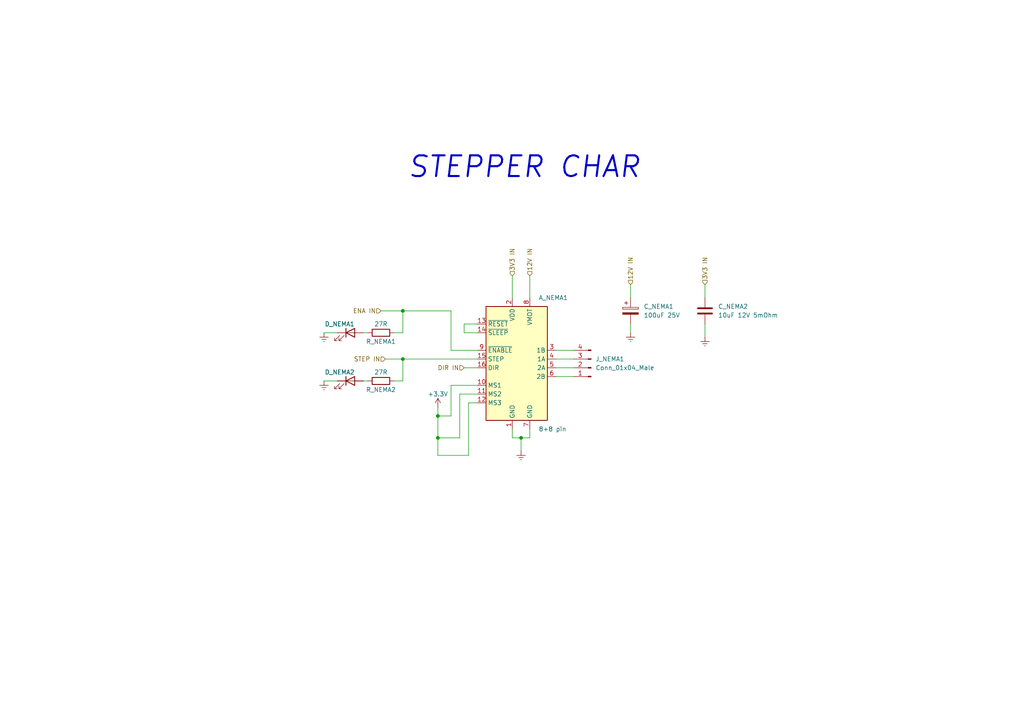
<source format=kicad_sch>
(kicad_sch (version 20211123) (generator eeschema)
  (paper "A4")
  (lib_symbols
    (symbol "Connector:Conn_01x04_Male" (pin_names (offset 1.016) hide)
      (property "Reference" "J" (at 0 5.08 0))
      (property "Value" "Conn_01x04_Male" (at 0 -7.62 0))
      (symbol "Conn_01x04_Male_1_1"
        (polyline (pts (xy 1.27 -5.08) (xy 0.8636 -5.08)) (stroke (width 0.1524)))
        (polyline (pts (xy 1.27 -2.54) (xy 0.8636 -2.54)) (stroke (width 0.1524)))
        (polyline (pts (xy 1.27 0) (xy 0.8636 0)) (stroke (width 0.1524)))
        (polyline (pts (xy 1.27 2.54) (xy 0.8636 2.54)) (stroke (width 0.1524)))
        (rectangle (start 0.8636 -4.953) (end 0 -5.207) (stroke (width 0.1524)) (fill (type outline)))
        (rectangle (start 0.8636 -2.413) (end 0 -2.667) (stroke (width 0.1524)) (fill (type outline)))
        (rectangle (start 0.8636 0.127) (end 0 -0.127) (stroke (width 0.1524)) (fill (type outline)))
        (rectangle (start 0.8636 2.667) (end 0 2.413) (stroke (width 0.1524)) (fill (type outline)))
        (pin passive line (at 5.08 2.54 180) (length 3.81) (name "Pin_1") (number "1"))
        (pin passive line (at 5.08 0 180) (length 3.81) (name "Pin_2") (number "2"))
        (pin passive line (at 5.08 -2.54 180) (length 3.81) (name "Pin_3") (number "3"))
        (pin passive line (at 5.08 -5.08 180) (length 3.81) (name "Pin_4") (number "4"))
      )
    )
    (symbol "Device:C" (pin_numbers hide) (pin_names (offset 0.254))
      (property "Reference" "C" (at 0.635 2.54 0))
      (property "Value" "C" (at 0.635 -2.54 0))
      (symbol "C_0_1"
        (polyline (pts (xy -2.032 -0.762) (xy 2.032 -0.762)) (stroke (width 0.508)))
        (polyline (pts (xy -2.032 0.762) (xy 2.032 0.762)) (stroke (width 0.508)))
      )
      (symbol "C_1_1"
        (pin passive line (at 0 3.81 270) (length 2.794) (name "~") (number "1"))
        (pin passive line (at 0 -3.81 90) (length 2.794) (name "~") (number "2"))
      )
    )
    (symbol "Device:C_Polarized" (pin_numbers hide) (pin_names (offset 0.254))
      (property "Reference" "C" (at 0.635 2.54 0))
      (property "Value" "C_Polarized" (at 0.635 -2.54 0))
      (symbol "C_Polarized_0_1"
        (rectangle (start -2.286 0.508) (end 2.286 1.016))
        (polyline (pts (xy -1.778 2.286) (xy -0.762 2.286)))
        (polyline (pts (xy -1.27 2.794) (xy -1.27 1.778)))
        (rectangle (start 2.286 -0.508) (end -2.286 -1.016) (fill (type outline)))
      )
      (symbol "C_Polarized_1_1"
        (pin passive line (at 0 3.81 270) (length 2.794) (name "~") (number "1"))
        (pin passive line (at 0 -3.81 90) (length 2.794) (name "~") (number "2"))
      )
    )
    (symbol "Device:LED" (pin_numbers hide) (pin_names (offset 1.016) hide)
      (property "Reference" "D" (at 0 2.54 0))
      (property "Value" "LED" (at 0 -2.54 0))
      (symbol "LED_0_1"
        (polyline (pts (xy -1.27 -1.27) (xy -1.27 1.27)) (stroke (width 0.254)))
        (polyline (pts (xy -1.27 0) (xy 1.27 0)))
        (polyline (pts (xy 1.27 -1.27) (xy 1.27 1.27) (xy -1.27 0) (xy 1.27 -1.27)) (stroke (width 0.254)))
        (polyline (pts (xy -3.048 -0.762) (xy -4.572 -2.286) (xy -3.81 -2.286) (xy -4.572 -2.286) (xy -4.572 -1.524)))
        (polyline (pts (xy -1.778 -0.762) (xy -3.302 -2.286) (xy -2.54 -2.286) (xy -3.302 -2.286) (xy -3.302 -1.524)))
      )
      (symbol "LED_1_1"
        (pin passive line (at -3.81 0 0) (length 2.54) (name "K") (number "1"))
        (pin passive line (at 3.81 0 180) (length 2.54) (name "A") (number "2"))
      )
    )
    (symbol "Device:R" (pin_numbers hide) (pin_names (offset 0))
      (property "Reference" "R" (at 2.032 0 90))
      (property "Value" "R" (at 0 0 90))
      (symbol "R_0_1"
        (rectangle (start -1.016 -2.54) (end 1.016 2.54) (stroke (width 0.254)))
      )
      (symbol "R_1_1"
        (pin passive line (at 0 3.81 270) (length 1.27) (name "~") (number "1"))
        (pin passive line (at 0 -3.81 90) (length 1.27) (name "~") (number "2"))
      )
    )
    (symbol "Driver_Motor:Pololu_Breakout_A4988"
      (property "Reference" "A" (at -2.54 19.05 0))
      (property "Value" "Pololu_Breakout_A4988" (at -2.54 16.51 0))
      (symbol "Pololu_Breakout_A4988_0_1"
        (rectangle (start 10.16 -17.78) (end -7.62 15.24) (stroke (width 0.254)) (fill (type background)))
      )
      (symbol "Pololu_Breakout_A4988_1_1"
        (pin power_in line (at 0 -20.32 90) (length 2.54) (name "GND") (number "1"))
        (pin input line (at -10.16 -7.62 0) (length 2.54) (name "MS1") (number "10"))
        (pin input line (at -10.16 -10.16 0) (length 2.54) (name "MS2") (number "11"))
        (pin input line (at -10.16 -12.7 0) (length 2.54) (name "MS3") (number "12"))
        (pin input line (at -10.16 10.16 0) (length 2.54) (name "~{RESET}") (number "13"))
        (pin input line (at -10.16 7.62 0) (length 2.54) (name "~{SLEEP}") (number "14"))
        (pin input line (at -10.16 0 0) (length 2.54) (name "STEP") (number "15"))
        (pin input line (at -10.16 -2.54 0) (length 2.54) (name "DIR") (number "16"))
        (pin power_in line (at 0 17.78 270) (length 2.54) (name "VDD") (number "2"))
        (pin output line (at 12.7 2.54 180) (length 2.54) (name "1B") (number "3"))
        (pin output line (at 12.7 0 180) (length 2.54) (name "1A") (number "4"))
        (pin output line (at 12.7 -2.54 180) (length 2.54) (name "2A") (number "5"))
        (pin output line (at 12.7 -5.08 180) (length 2.54) (name "2B") (number "6"))
        (pin power_in line (at 5.08 -20.32 90) (length 2.54) (name "GND") (number "7"))
        (pin power_in line (at 5.08 17.78 270) (length 2.54) (name "VMOT") (number "8"))
        (pin input line (at -10.16 2.54 0) (length 2.54) (name "~{ENABLE}") (number "9"))
      )
    )
    (symbol "power:+3.3V" (power) (pin_names (offset 0))
      (property "Value" "+3.3V" (at 0 3.556 0))
      (symbol "+3.3V_0_1"
        (polyline (pts (xy -0.762 1.27) (xy 0 2.54)))
        (polyline (pts (xy 0 0) (xy 0 2.54)))
        (polyline (pts (xy 0 2.54) (xy 0.762 1.27)))
      )
      (symbol "+3.3V_1_1"
        (pin power_in line (at 0 0 90) (length 0) hide (name "+3.3V") (number "1"))
      )
    )
    (symbol "power:GNDREF" (power) (pin_names (offset 0))
      (property "Value" "GNDREF" (at 0 -3.81 0))
      (symbol "GNDREF_0_1"
        (polyline (pts (xy -0.635 -1.905) (xy 0.635 -1.905)))
        (polyline (pts (xy -0.127 -2.54) (xy 0.127 -2.54)))
        (polyline (pts (xy 0 -1.27) (xy 0 0)))
        (polyline (pts (xy 1.27 -1.27) (xy -1.27 -1.27)))
      )
      (symbol "GNDREF_1_1"
        (pin power_in line (at 0 0 270) (length 0) hide (name "GNDREF") (number "1"))
      )
    )
  )
  (junction (at 116.84 90.17))
  (junction (at 127 127))
  (junction (at 151.13 127))
  (junction (at 116.84 104.14))
  (junction (at 127 120.65))
  (wire (pts (xy 130.81 120.65) (xy 130.81 111.76)))
  (wire (pts (xy 153.67 80.01) (xy 153.67 86.36)))
  (wire (pts (xy 133.35 114.3) (xy 133.35 127)))
  (wire (pts (xy 138.43 114.3) (xy 133.35 114.3)))
  (wire (pts (xy 134.62 93.98) (xy 134.62 96.52)))
  (wire (pts (xy 114.3 96.52) (xy 116.84 96.52)))
  (wire (pts (xy 105.41 110.49) (xy 106.68 110.49)))
  (wire (pts (xy 204.47 82.55) (xy 204.47 86.36)))
  (wire (pts (xy 110.49 90.17) (xy 116.84 90.17)))
  (wire (pts (xy 116.84 90.17) (xy 116.84 96.52)))
  (wire (pts (xy 105.41 96.52) (xy 106.68 96.52)))
  (wire (pts (xy 127 127) (xy 133.35 127)))
  (wire (pts (xy 151.13 127) (xy 153.67 127)))
  (wire (pts (xy 166.37 101.6) (xy 161.29 101.6)))
  (wire (pts (xy 148.59 127) (xy 151.13 127)))
  (wire (pts (xy 134.62 106.68) (xy 138.43 106.68)))
  (wire (pts (xy 153.67 127) (xy 153.67 124.46)))
  (wire (pts (xy 138.43 116.84) (xy 135.89 116.84)))
  (wire (pts (xy 127 118.11) (xy 127 120.65)))
  (wire (pts (xy 166.37 104.14) (xy 161.29 104.14)))
  (wire (pts (xy 135.89 116.84) (xy 135.89 132.08)))
  (wire (pts (xy 97.79 110.49) (xy 93.98 110.49)))
  (wire (pts (xy 204.47 93.98) (xy 204.47 97.79)))
  (wire (pts (xy 111.76 104.14) (xy 116.84 104.14)))
  (wire (pts (xy 130.81 101.6) (xy 138.43 101.6)))
  (wire (pts (xy 166.37 106.68) (xy 161.29 106.68)))
  (wire (pts (xy 182.88 82.55) (xy 182.88 86.36)))
  (wire (pts (xy 116.84 104.14) (xy 138.43 104.14)))
  (wire (pts (xy 127 120.65) (xy 130.81 120.65)))
  (wire (pts (xy 130.81 111.76) (xy 138.43 111.76)))
  (wire (pts (xy 130.81 90.17) (xy 130.81 101.6)))
  (wire (pts (xy 138.43 93.98) (xy 134.62 93.98)))
  (wire (pts (xy 127 120.65) (xy 127 127)))
  (wire (pts (xy 116.84 110.49) (xy 116.84 104.14)))
  (wire (pts (xy 127 132.08) (xy 135.89 132.08)))
  (wire (pts (xy 148.59 127) (xy 148.59 124.46)))
  (wire (pts (xy 151.13 127) (xy 151.13 130.81)))
  (wire (pts (xy 166.37 109.22) (xy 161.29 109.22)))
  (wire (pts (xy 116.84 90.17) (xy 130.81 90.17)))
  (wire (pts (xy 134.62 96.52) (xy 138.43 96.52)))
  (wire (pts (xy 127 127) (xy 127 132.08)))
  (wire (pts (xy 182.88 96.52) (xy 182.88 93.98)))
  (wire (pts (xy 93.98 96.52) (xy 97.79 96.52)))
  (wire (pts (xy 114.3 110.49) (xy 116.84 110.49)))
  (wire (pts (xy 148.59 86.36) (xy 148.59 80.01)))
  (text "STEPPER CHAR" (at 118.11 52.07 0) (effects (font (size 6 6) (thickness 0.6) bold italic) (justify left bottom)))
  (hierarchical_label "12V IN" (shape input) (at 182.88 82.55 90))
  (hierarchical_label "12V IN" (shape input) (at 153.67 80.01 90))
  (hierarchical_label "STEP IN" (shape input) (at 111.76 104.14 180))
  (hierarchical_label "3V3 IN" (shape input) (at 204.47 82.55 90))
  (hierarchical_label "DIR IN" (shape input) (at 134.62 106.68 180))
  (hierarchical_label "3V3 IN" (shape input) (at 148.59 80.01 90))
  (hierarchical_label "ENA IN" (shape input) (at 110.49 90.17 180))
  (symbol (lib_id "Device:R") (at 110.49 110.49 90) (unit 1)
    (property "Reference" "R_NEMA2" (at 110.49 113.03 90))
    (property "Value" "27R" (at 110.49 107.95 90))
    (property "Footprint" "Resistor_SMD:R_0603_1608Metric_Pad0.98x0.95mm_HandSolder" (effects hide))
    (property "Datasheet" "https://br.mouser.com/datasheet/2/54/Bourns_CMP_Datasheet_05.28.20-1854233.pdf" (effects hide))
    (property "#" "CMP0603-FX-27R0ELF" (effects hide))
    (property "Description" "LED series resistor" (effects hide))
    (property "Group" "NEMA" (effects hide))
    (property "Obs" "wes" (effects hide))
    (property "Mouser" "OK" (effects hide))
  )
  (symbol (lib_id "Connector:Conn_01x04_Male") (at 171.45 106.68 180) (unit 1)
    (property "Reference" "J_NEMA1" (at 172.72 104.1399 0) (effects (justify right)))
    (property "Value" "Conn_01x04_Male" (at 172.72 106.6799 0) (effects (justify right)))
    (property "Footprint" "Connector_PinHeader_2.54mm:PinHeader_1x04_P2.54mm_Horizontal" (effects hide))
    (property "Datasheet" "https://br.mouser.com/datasheet/2/181/M20-975-1220539.pdf" (effects hide))
    (property "Group" "NEMA" (effects hide))
    (property "Description" "Header" (effects hide))
    (property "#" "M20-9750446" (effects hide))
    (property "Mouser" "OK" (effects hide))
  )
  (symbol (lib_id "Device:C") (at 204.47 90.17 180) (unit 1)
    (property "Reference" "C_NEMA2" (at 208.28 88.9 0) (effects (justify right)))
    (property "Value" "10uF 12V 5mOhm" (at 208.28 91.44 0) (effects (justify right)))
    (property "Footprint" "Capacitor_SMD:C_0603_1608Metric_Pad1.08x0.95mm_HandSolder" (effects hide))
    (property "Datasheet" "https://product.tdk.com/system/files/dam/doc/product/capacitor/ceramic/mlcc/catalog/mlcc_commercial_general_en.pdf?ref_disty=mouser" (effects hide))
    (property "#" "C1608X5R1E106M080AC" (effects hide))
    (property "Description" "Decouple" (effects hide))
    (property "Group" "NEMA" (effects hide))
    (property "Obs" "wes" (effects hide))
    (property "Mouser" "OK" (effects hide))
  )
  (symbol (lib_id "Device:C_Polarized") (at 182.88 90.17 0) (unit 1)
    (property "Reference" "C_NEMA1" (at 186.69 88.9 0) (effects (justify left)))
    (property "Value" "100uF 25V" (at 186.69 91.44 0) (effects (justify left)))
    (property "Footprint" "Capacitor_SMD:CP_Elec_6.3x5.9" (effects hide))
    (property "Datasheet" "https://br.mouser.com/datasheet/2/420/MVERA_e-2509142.pdf" (effects hide))
    (property "#" "EMVE250ADA101MF80G" (effects hide))
    (property "Description" "Decouple" (effects hide))
    (property "Group" "NEMA" (effects hide))
    (property "Mouser" "OK" (effects hide))
  )
  (symbol (lib_id "power:GNDREF") (at 182.88 96.52 0) (unit 1)
    (property "Reference" "#PWR0138" (effects hide))
    (property "Value" "GNDREF" (effects hide))
  )
  (symbol (lib_id "Device:LED") (at 101.6 110.49 0) (unit 1)
    (property "Reference" "D_NEMA2" (at 102.87 107.95 0) (effects (justify right)))
    (property "Value" "LED white" (effects hide))
    (property "Footprint" "LED_SMD:LED_0603_1608Metric_Pad1.05x0.95mm_HandSolder" (effects hide))
    (property "Datasheet" "https://br.mouser.com/datasheet/2/348/smld12-e-1874545.pdf" (effects hide))
    (property "#" "SMLD12WBN1W1" (effects hide))
    (property "Description" "Signal LED" (effects hide))
    (property "Group" "NEMA" (effects hide))
    (property "Mouser" "OK" (effects hide))
  )
  (symbol (lib_id "power:GNDREF") (at 204.47 97.79 0) (unit 1)
    (property "Reference" "#PWR0116" (effects hide))
    (property "Value" "GNDREF" (effects hide))
  )
  (symbol (lib_id "Device:R") (at 110.49 96.52 270) (unit 1)
    (property "Reference" "R_NEMA1" (at 110.49 99.06 90))
    (property "Value" "27R" (at 110.49 93.98 90))
    (property "Footprint" "Resistor_SMD:R_0603_1608Metric_Pad0.98x0.95mm_HandSolder" (effects hide))
    (property "Datasheet" "https://br.mouser.com/datasheet/2/54/Bourns_CMP_Datasheet_05.28.20-1854233.pdf" (effects hide))
    (property "#" "CMP0603-FX-27R0ELF" (effects hide))
    (property "Description" "LED series resistor" (effects hide))
    (property "Group" "NEMA" (effects hide))
    (property "Obs" "wes" (effects hide))
    (property "Mouser" "OK" (effects hide))
  )
  (symbol (lib_id "power:GNDREF") (at 151.13 130.81 0) (unit 1)
    (property "Reference" "#PWR0130" (effects hide))
    (property "Value" "GNDREF" (effects hide))
  )
  (symbol (lib_id "power:GNDREF") (at 93.98 110.49 0) (unit 1)
    (property "Reference" "#PWR0194" (effects hide))
    (property "Value" "GNDREF" (effects hide))
  )
  (symbol (lib_id "power:+3.3V") (at 127 118.11 0) (unit 1)
    (property "Reference" "#PWR0137" (effects hide))
    (property "Value" "+3.3V" (at 127 114.3 0))
  )
  (symbol (lib_id "power:GNDREF") (at 93.98 96.52 0) (unit 1)
    (property "Reference" "#PWR0193" (effects hide))
    (property "Value" "GNDREF" (effects hide))
  )
  (symbol (lib_id "Driver_Motor:Pololu_Breakout_A4988") (at 148.59 104.14 0) (unit 1)
    (property "Reference" "A_NEMA1" (at 156.21 86.36 0) (effects (justify left)))
    (property "Value" "8+8 pin" (at 156.21 124.46 0) (effects (justify left)))
    (property "Footprint" "SnapEDA Library:Pololu_Breakout-16_15.2x20.3mm" (effects hide))
    (property "Datasheet" "https://br.mouser.com/datasheet/2/181/M20-782-1220556.pdf" (effects hide))
    (property "#" "M20-7820842 (2 units)" (effects hide))
    (property "Description" "Driver breakout" (effects hide))
    (property "Group" "NEMA" (effects hide))
    (property "Mouser" "OK" (effects hide))
  )
  (symbol (lib_id "Device:LED") (at 101.6 96.52 0) (unit 1)
    (property "Reference" "D_NEMA1" (at 102.87 93.98 0) (effects (justify right)))
    (property "Value" "LED white" (effects hide))
    (property "Footprint" "LED_SMD:LED_0603_1608Metric_Pad1.05x0.95mm_HandSolder" (effects hide))
    (property "Datasheet" "https://br.mouser.com/datasheet/2/348/smld12-e-1874545.pdf" (effects hide))
    (property "#" "SMLD12WBN1W1" (effects hide))
    (property "Description" "Signal LED" (effects hide))
    (property "Group" "NEMA" (effects hide))
    (property "Mouser" "OK" (effects hide))
  )
)
</source>
